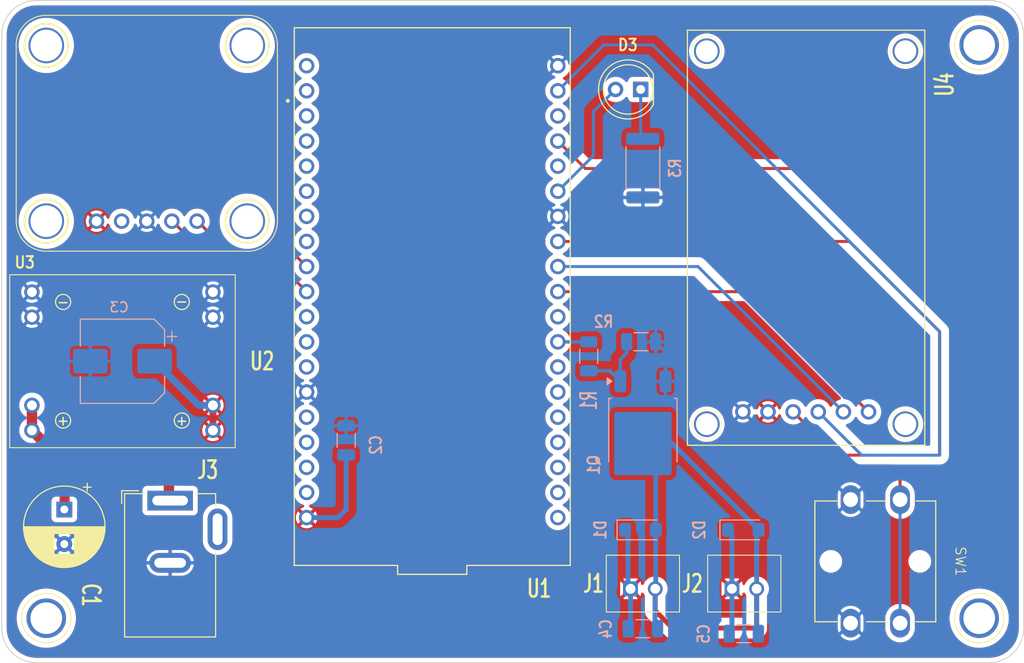
<source format=kicad_pcb>
(kicad_pcb (version 20241229) (generator "pcbnew") (generator_version "9.0")
  (layers (0 "F.Cu" signal) (2 "B.Cu" signal) (13 "F.Paste" user) (15 "B.Paste" user) (5 "F.SilkS" user "F.Silkscreen") (7 "B.SilkS" user "B.Silkscreen") (1 "F.Mask" user) (3 "B.Mask" user) (25 "Edge.Cuts" user))
  (net 0 "")
  (net 1 "Net-(U2-IN+)")
  (net 2 "GND")
  (net 3 "VDD")
  (net 4 "Net-(D1-A)")
  (net 5 "Net-(D3-K)")
  (net 6 "Net-(D3-A)")
  (net 8 "Net-(Q1-G)")
  (net 9 "/Gate")
  (net 17 "/MISO")
  (net 18 "Net-(SW1-A)")
  (net 19 "/I2C_SDA")
  (net 22 "/SCK_SDCARD")
  (net 26 "/MOSI")
  (net 29 "/CS_SDCARD")
  (net 33 "/I2C_SCL")
  (footprint "Connector_BarrelJack:BarrelJack_Sw" (layer "F.Cu") (at 39.7 95.9)
    (property "Reference" "J3" (at 3.8 -9.4 0) (layer "F.SilkS") (effects (font (size 1.77 1.2) (thickness 0.25) (bold yes))))
    (property "Value" "Barrel_Jack_Switch")
    (fp_line (start -4.9 -7.3) (end -4.9 -6) (stroke (width 0.12)) (layer "F.SilkS"))
    (fp_line (start -4.6 -7) (end -2.6 -7) (stroke (width 0.12)) (layer "F.SilkS"))
    (fp_line (start -4.6 7.5) (end -4.6 -7) (stroke (width 0.12)) (layer "F.SilkS"))
    (fp_line (start -3.2 -7.3) (end -4.9 -7.3) (stroke (width 0.12)) (layer "F.SilkS"))
    (fp_line (start 2.6 -7) (end 4.6 -7) (stroke (width 0.12)) (layer "F.SilkS"))
    (fp_line (start 4.6 -7) (end 4.6 -5.7) (stroke (width 0.12)) (layer "F.SilkS"))
    (fp_line (start 4.6 -1.1) (end 4.6 7.5) (stroke (width 0.12)) (layer "F.SilkS"))
    (fp_line (start 4.6 7.5) (end -4.6 7.5) (stroke (width 0.12)) (layer "F.SilkS"))
    (pad "1" thru_hole rect (at 0 -6.3) (size 4.6 2) (drill oval 3.6 1) (layers "*.Cu" "*.Mask") (net 1 "Net-(U2-IN+)") (clearance 0.35))
    (pad "2" thru_hole oval (at 0 0) (size 4.2 2) (drill oval 3.2 1) (layers "*.Cu" "*.Mask") (net 2 "GND") (clearance 0.35))
    (pad "3" thru_hole oval (at 4.8 -3.4) (size 2 4.2) (drill oval 1 3.2) (layers "*.Cu" "*.Mask") (clearance 0.35))
  )
  (footprint "" (layer "F.Cu") (at 123.32 101.28)
    (property "Reference" "" (at -1.01 1.635 0) (layer "F.SilkS") (effects (font (size 1.27 1.27))))
    (property "Value" "")
    (pad "P$1" thru_hole circle (at -1.82 0.22) (size 4 4) (drill 3.2) (property pad_prop_mechanical) (layers "*.Cu" "*.Mask") (clearance 1))
  )
  (footprint "" (layer "F.Cu") (at 122.5 42.5)
    (property "Reference" "" (at 0 0 0) (layer "F.SilkS") (effects (font (size 1.27 1.27))))
    (property "Value" "")
    (pad "P$1" thru_hole circle (at -1 1) (size 4 4) (drill 3.2) (property pad_prop_mechanical) (layers "*.Cu" "*.Mask") (clearance 1))
  )
  (footprint "footlib_mod:MODULE_ESP32-DEVKITC-32D" (layer "F.Cu") (at 66.2 68.91)
    (property "Reference" "U1" (at 10.8 29.59 0) (layer "F.SilkS") (effects (font (size 1.77 1.2) (thickness 0.25) (bold yes))))
    (property "Value" "DEVKIT_V1_ESP32-WROOM-32")
    (fp_line (start -13.95 -27.15) (end 13.95 -27.15) (stroke (width 0.127)) (layer "F.SilkS"))
    (fp_line (start -13.95 27.25) (end -13.95 -27.15) (stroke (width 0.127)) (layer "F.SilkS"))
    (fp_line (start -3.5 27.25) (end -13.95 27.25) (stroke (width 0.127)) (layer "F.SilkS"))
    (fp_line (start -3.5 27.3) (end -3.5 28.15) (stroke (width 0.127)) (layer "F.SilkS"))
    (fp_line (start -3.5 28.15) (end 3.5 28.15) (stroke (width 0.127)) (layer "F.SilkS"))
    (fp_line (start 3.5 28.15) (end 3.5 27.3) (stroke (width 0.127)) (layer "F.SilkS"))
    (fp_line (start 13.95 -27.15) (end 13.95 27.25) (stroke (width 0.127)) (layer "F.SilkS"))
    (fp_line (start 13.95 27.25) (end 3.5 27.25) (stroke (width 0.127)) (layer "F.SilkS"))
    (fp_circle (center -14.6 -19.76) (end -14.5 -19.76) (stroke (width 0.2)) (fill no) (layer "F.SilkS"))
    (pad "1" thru_hole circle (at -12.7 -23.31) (size 1.56 1.56) (drill 1) (layers "*.Cu" "*.Mask") (clearance 0.35))
    (pad "2" thru_hole circle (at -12.7 -20.77) (size 1.56 1.56) (drill 1) (layers "*.Cu" "*.Mask") (clearance 0.35))
    (pad "3" thru_hole circle (at -12.7 -18.23) (size 1.56 1.56) (drill 1) (layers "*.Cu" "*.Mask") (clearance 0.35))
    (pad "4" thru_hole circle (at -12.7 -15.69) (size 1.56 1.56) (drill 1) (layers "*.Cu" "*.Mask") (clearance 0.35))
    (pad "5" thru_hole circle (at -12.7 -13.15) (size 1.56 1.56) (drill 1) (layers "*.Cu" "*.Mask") (clearance 0.35))
    (pad "6" thru_hole circle (at -12.7 -10.61) (size 1.56 1.56) (drill 1) (layers "*.Cu" "*.Mask") (clearance 0.35))
    (pad "7" thru_hole circle (at -12.7 -8.07) (size 1.56 1.56) (drill 1) (layers "*.Cu" "*.Mask") (clearance 0.35))
    (pad "8" thru_hole circle (at -12.7 -5.53) (size 1.56 1.56) (drill 1) (layers "*.Cu" "*.Mask") (clearance 0.35))
    (pad "9" thru_hole circle (at -12.7 -2.99) (size 1.56 1.56) (drill 1) (layers "*.Cu" "*.Mask") (net 19 "/I2C_SDA") (clearance 0.35))
    (pad "10" thru_hole circle (at -12.7 -0.45) (size 1.56 1.56) (drill 1) (layers "*.Cu" "*.Mask") (net 33 "/I2C_SCL") (clearance 0.35))
    (pad "11" thru_hole circle (at -12.7 2.09) (size 1.56 1.56) (drill 1) (layers "*.Cu" "*.Mask") (clearance 0.35))
    (pad "12" thru_hole circle (at -12.7 4.63) (size 1.56 1.56) (drill 1) (layers "*.Cu" "*.Mask") (clearance 0.35))
    (pad "13" thru_hole circle (at -12.7 7.17) (size 1.56 1.56) (drill 1) (layers "*.Cu" "*.Mask") (clearance 0.35))
    (pad "14" thru_hole circle (at -12.7 9.71) (size 1.56 1.56) (drill 1) (layers "*.Cu" "*.Mask") (net 2 "GND") (clearance 0.35))
    (pad "15" thru_hole circle (at -12.7 12.25) (size 1.56 1.56) (drill 1) (layers "*.Cu" "*.Mask") (clearance 0.35))
    (pad "16" thru_hole circle (at -12.7 14.79) (size 1.56 1.56) (drill 1) (layers "*.Cu" "*.Mask") (clearance 0.35))
    (pad "17" thru_hole circle (at -12.7 17.33) (size 1.56 1.56) (drill 1) (layers "*.Cu" "*.Mask") (clearance 0.35))
    (pad "18" thru_hole circle (at -12.7 19.87) (size 1.56 1.56) (drill 1) (layers "*.Cu" "*.Mask") (clearance 0.35))
    (pad "19" thru_hole circle (at -12.7 22.41) (size 1.56 1.56) (drill 1) (layers "*.Cu" "*.Mask") (net 3 "VDD") (clearance 0.35))
    (pad "20" thru_hole circle (at 12.7 22.41) (size 1.56 1.56) (drill 1) (layers "*.Cu" "*.Mask") (clearance 0.35))
    (pad "21" thru_hole circle (at 12.7 19.87) (size 1.56 1.56) (drill 1) (layers "*.Cu" "*.Mask") (clearance 0.35))
    (pad "22" thru_hole circle (at 12.7 17.33) (size 1.56 1.56) (drill 1) (layers "*.Cu" "*.Mask") (clearance 0.35))
    (pad "23" thru_hole circle (at 12.7 14.79) (size 1.56 1.56) (drill 1) (layers "*.Cu" "*.Mask") (clearance 0.35))
    (pad "24" thru_hole circle (at 12.7 12.25) (size 1.56 1.56) (drill 1) (layers "*.Cu" "*.Mask") (clearance 0.35))
    (pad "25" thru_hole circle (at 12.7 9.71) (size 1.56 1.56) (drill 1) (layers "*.Cu" "*.Mask") (clearance 0.35))
    (pad "26" thru_hole circle (at 12.7 7.17) (size 1.56 1.56) (drill 1) (layers "*.Cu" "*.Mask") (clearance 0.35))
    (pad "27" thru_hole circle (at 12.7 4.63) (size 1.56 1.56) (drill 1) (layers "*.Cu" "*.Mask") (net 9 "/Gate") (clearance 0.35))
    (pad "28" thru_hole circle (at 12.7 2.09) (size 1.56 1.56) (drill 1) (layers "*.Cu" "*.Mask") (clearance 0.35))
    (pad "29" thru_hole circle (at 12.7 -0.45) (size 1.56 1.56) (drill 1) (layers "*.Cu" "*.Mask") (net 29 "/CS_SDCARD") (clearance 0.35))
    (pad "30" thru_hole circle (at 12.7 -2.99) (size 1.56 1.56) (drill 1) (layers "*.Cu" "*.Mask") (net 22 "/SCK_SDCARD") (clearance 0.35))
    (pad "31" thru_hole circle (at 12.7 -5.53) (size 1.56 1.56) (drill 1) (layers "*.Cu" "*.Mask") (net 17 "/MISO") (clearance 0.35))
    (pad "32" thru_hole circle (at 12.7 -8.07) (size 1.56 1.56) (drill 1) (layers "*.Cu" "*.Mask") (net 2 "GND") (clearance 0.35))
    (pad "33" thru_hole circle (at 12.7 -10.61) (size 1.56 1.56) (drill 1) (layers "*.Cu" "*.Mask") (net 6 "Net-(D3-A)") (clearance 0.35))
    (pad "34" thru_hole circle (at 12.7 -13.15) (size 1.56 1.56) (drill 1) (layers "*.Cu" "*.Mask") (clearance 0.35))
    (pad "35" thru_hole circle (at 12.7 -15.69) (size 1.56 1.56) (drill 1) (layers "*.Cu" "*.Mask") (net 18 "Net-(SW1-A)") (clearance 0.35))
    (pad "36" thru_hole circle (at 12.7 -18.23) (size 1.56 1.56) (drill 1) (layers "*.Cu" "*.Mask") (clearance 0.35))
    (pad "37" thru_hole circle (at 12.7 -20.77) (size 1.56 1.56) (drill 1) (layers "*.Cu" "*.Mask") (net 26 "/MOSI") (clearance 0.35))
    (pad "38" thru_hole circle (at 12.7 -23.31) (size 1.56 1.56) (drill 1) (layers "*.Cu" "*.Mask") (net 2 "GND") (clearance 0.35))
  )
  (footprint "footlib_mod:MODULE_Buck5V1.5A_MP1584EN" (layer "F.Cu") (at 34.88 75.5)
    (property "Reference" "U2" (at 14.12 0 180) (layer "F.SilkS") (effects (font (size 1.77 1.2) (thickness 0.25) (bold yes))))
    (property "Value" "MODULE_Buck-MP1584EN")
    (fp_rect (start -11.4 -8.75) (end 11.4 8.75) (stroke (width 0.1)) (fill no) (layer "F.SilkS"))
    (fp_circle (center -6 -6) (end -5.4285 -5.492) (stroke (width 0.12)) (fill no) (layer "F.SilkS"))
    (fp_circle (center -6 6) (end -5.4285 6.508) (stroke (width 0.12)) (fill no) (layer "F.SilkS"))
    (fp_circle (center 6 -6) (end 6.5715 -5.492) (stroke (width 0.12)) (fill no) (layer "F.SilkS"))
    (fp_circle (center 6 6) (end 6.5715 6.508) (stroke (width 0.12)) (fill no) (layer "F.SilkS"))
    (fp_text user "-" (at -6 -6 0) (layer "F.SilkS"))
    (fp_text user "+" (at 6 6 0) (layer "F.SilkS"))
    (fp_text user "+" (at -6 6 0) (layer "F.SilkS"))
    (fp_text user "-" (at 6 -6.0635 0) (layer "F.SilkS"))
    (pad "1" thru_hole circle (at -9.15 -7) (size 1.56 1.56) (drill 1) (layers "*.Cu" "*.Mask") (net 2 "GND") (clearance 0.35))
    (pad "1" thru_hole circle (at -9.15 -4.46) (size 1.56 1.56) (drill 1) (layers "*.Cu" "*.Mask") (net 2 "GND") (clearance 0.35))
    (pad "2" thru_hole circle (at -9.15 4.46) (size 1.56 1.56) (drill 1) (layers "*.Cu" "*.Mask") (net 1 "Net-(U2-IN+)") (clearance 0.35))
    (pad "2" thru_hole circle (at -9.15 7) (size 1.56 1.56) (drill 1) (layers "*.Cu" "*.Mask") (net 1 "Net-(U2-IN+)") (clearance 0.35))
    (pad "3" thru_hole circle (at 9.15 -7) (size 1.56 1.56) (drill 1) (layers "*.Cu" "*.Mask") (net 2 "GND") (clearance 0.35))
    (pad "3" thru_hole circle (at 9.15 -4.46) (size 1.56 1.56) (drill 1) (layers "*.Cu" "*.Mask") (net 2 "GND") (clearance 0.35))
    (pad "4" thru_hole circle (at 9.15 4.46) (size 1.56 1.56) (drill 1) (layers "*.Cu" "*.Mask") (net 3 "VDD") (clearance 0.35))
    (pad "4" thru_hole circle (at 9.15 7) (size 1.56 1.56) (drill 1) (layers "*.Cu" "*.Mask") (net 3 "VDD") (clearance 0.35))
  )
  (footprint "LED_THT:LED_5.0mm" (layer "F.Cu") (at 87.105 48.000045 180)
    (property "Reference" "D3" (at 1.13 4.500045 0) (layer "F.SilkS") (effects (font (size 1.16 1) (thickness 0.2) (bold yes))))
    (property "Value" "LED")
    (fp_line (start -1.46 -1.544955) (end -1.46 1.545045) (stroke (width 0.12)) (layer "F.SilkS"))
    (fp_arc (start 4.09 0.000093) (mid 1.901756 2.880546) (end -1.46 1.544875) (stroke (width 0.12)) (layer "F.SilkS"))
    (fp_arc (start -1.46 -1.544785) (mid 1.901756 -2.880456) (end 4.09 -0.000003) (stroke (width 0.12)) (layer "F.SilkS"))
    (fp_circle (center 1.1 0.000045) (end 3.6 0.000045) (stroke (width 0.12)) (fill no) (layer "F.SilkS"))
    (pad "1" thru_hole rect (at -0.17 0.000045 180) (size 1.56 1.56) (drill 0.9) (layers "*.Cu" "*.Mask") (net 5 "Net-(D3-K)") (clearance 0.35))
    (pad "2" thru_hole circle (at 2.37 0.000045 180) (size 1.56 1.56) (drill 0.9) (layers "*.Cu" "*.Mask") (net 6 "Net-(D3-A)") (clearance 0.35))
  )
  (footprint "footlib_mod:B3F-4055 12x12x7,3" (layer "F.Cu") (at 111.11 95.64 -90)
    (property "Reference" "SW1" (at 0.11 -8.5 270) (layer "F.SilkS") (effects (font (thickness 0.1))))
    (property "Value" "SW_SPST")
    (fp_line (start 6.22 6.22) (end -6 6.22) (stroke (width 0.12)) (layer "F.SilkS"))
    (fp_line (start -6 4) (end -6 6.22) (stroke (width 0.12)) (layer "F.SilkS"))
    (fp_line (start 6.22 4) (end 6.22 6.22) (stroke (width 0.12)) (layer "F.SilkS"))
    (fp_line (start -6 -1) (end -6 1) (stroke (width 0.12)) (layer "F.SilkS"))
    (fp_line (start 6.22 -1) (end 6.22 1) (stroke (width 0.12)) (layer "F.SilkS"))
    (fp_line (start -6 -6) (end -6 -4) (stroke (width 0.12)) (layer "F.SilkS"))
    (fp_line (start -6 -6) (end 6.22 -6) (stroke (width 0.12)) (layer "F.SilkS"))
    (fp_line (start 6.22 -6) (end 6.22 -4) (stroke (width 0.12)) (layer "F.SilkS"))
    (pad "" np_thru_hole circle (at 0.11 -4.39 270) (size 1.8 1.8) (drill 1.8) (layers "*.Cu" "*.Mask"))
    (pad "" np_thru_hole circle (at 0.11 4.61 270) (size 1.8 1.8) (drill 1.8) (layers "*.Cu" "*.Mask"))
    (pad "1" thru_hole oval (at -6.14 -2.39 270) (size 2.9 2) (drill 1.5) (layers "*.Cu" "*.Mask") (net 18 "Net-(SW1-A)") (clearance 0.35))
    (pad "1" thru_hole oval (at 6.36 -2.39 270) (size 2.9 2) (drill 1.5) (layers "*.Cu" "*.Mask") (net 18 "Net-(SW1-A)") (clearance 0.35))
    (pad "2" thru_hole oval (at -6.14 2.61 270) (size 2.9 2) (drill 1.5) (layers "*.Cu" "*.Mask") (net 2 "GND") (clearance 0.35))
    (pad "2" thru_hole oval (at 6.36 2.61 270) (size 2.9 2) (drill 1.5) (layers "*.Cu" "*.Mask") (net 2 "GND") (clearance 0.35))
  )
  (footprint "footlib_mod:JST_XH_2P_MALE_7.4x5.75mm" (layer "F.Cu") (at 96.5 98)
    (property "Reference" "J2" (at -4 0 0) (layer "F.SilkS") (effects (font (size 1.77 1.2) (thickness 0.25) (bold yes))))
    (property "Value" "JST_XH_2P_Male")
    (fp_rect (start -2.45 -2.875) (end 4.95 2.875) (stroke (width 0.1)) (fill no) (layer "F.SilkS"))
    (pad "1" thru_hole roundrect (at 0 0.525) (size 1.5 1.5) (drill 1) (layers "*.Cu" "*.Mask") (roundrect_rratio 0.15) (net 3 "VDD") (clearance 0.35))
    (pad "2" thru_hole circle (at 2.5 0.525) (size 1.5 1.5) (drill 1) (layers "*.Cu" "*.Mask") (net 4 "Net-(D1-A)") (clearance 0.35))
  )
  (footprint "footlib_mod:JST_XH_2P_MALE_7.4x5.75mm" (layer "F.Cu") (at 86.25 98)
    (property "Reference" "J1" (at -3.75 0 0) (layer "F.SilkS") (effects (font (size 1.77 1.2) (thickness 0.25) (bold yes))))
    (property "Value" "JST_XH_2P_Male")
    (fp_rect (start -2.45 -2.875) (end 4.95 2.875) (stroke (width 0.1)) (fill no) (layer "F.SilkS"))
    (pad "1" thru_hole roundrect (at 0 0.525) (size 1.5 1.5) (drill 1) (layers "*.Cu" "*.Mask") (roundrect_rratio 0.15) (net 3 "VDD") (clearance 0.35))
    (pad "2" thru_hole circle (at 2.5 0.525) (size 1.5 1.5) (drill 1) (layers "*.Cu" "*.Mask") (net 4 "Net-(D1-A)") (clearance 0.35))
  )
  (footprint "footlib_mod:SD_Card_Module" (layer "F.Cu") (at 107.46 43.27 -90)
    (property "Reference" "U4" (at 4.23 -10.54 90) (layer "F.SilkS") (effects (font (size 1.77 1.2) (thickness 0.25) (bold yes))))
    (property "Value" "Module_MicroSD-Adapter-Reader")
    (fp_line (start -1.27 15.46) (end 40.73 15.46) (stroke (width 0.12)) (layer "F.SilkS"))
    (fp_line (start -1.27 15.46) (end -1.27 -8.54) (stroke (width 0.12)) (layer "F.SilkS"))
    (fp_line (start 40.73 15.46) (end 40.73 -8.54) (stroke (width 0.12)) (layer "F.SilkS"))
    (fp_line (start -1.27 -8.54) (end 40.73 -8.54) (stroke (width 0.12)) (layer "F.SilkS"))
    (fp_circle (center 0.86 13.5) (end 2.36 13.5) (stroke (width 0.05)) (fill no) (layer "F.SilkS"))
    (fp_circle (center 38.6 13.5) (end 40.1 13.5) (stroke (width 0.05)) (fill no) (layer "F.SilkS"))
    (fp_circle (center 0.86 -6.58) (end 2.36 -6.58) (stroke (width 0.05)) (fill no) (layer "F.SilkS"))
    (fp_circle (center 38.6 -6.58) (end 40.1 -6.58) (stroke (width 0.05)) (fill no) (layer "F.SilkS"))
    (pad "" thru_hole circle (at 0.86 -6.58 270) (size 2.6 2.6) (drill 2.2) (property pad_prop_mechanical) (layers "*.Cu" "*.Mask") (clearance 0.35))
    (pad "" thru_hole circle (at 0.86 13.5 270) (size 2.6 2.6) (drill 2.2) (property pad_prop_mechanical) (layers "*.Cu" "*.Mask") (clearance 0.35))
    (pad "" thru_hole circle (at 38.6 -6.58 270) (size 2.6 2.6) (drill 2.2) (property pad_prop_mechanical) (layers "*.Cu" "*.Mask") (clearance 0.35))
    (pad "" thru_hole circle (at 38.6 13.5 270) (size 2.6 2.6) (drill 2.2) (property pad_prop_mechanical) (layers "*.Cu" "*.Mask") (clearance 0.35))
    (pad "1" thru_hole circle (at 37.35 -2.85 270) (size 1.56 1.56) (drill 1) (property pad_prop_mechanical) (layers "*.Cu" "*.Mask") (net 29 "/CS_SDCARD") (clearance 0.35))
    (pad "2" thru_hole circle (at 37.35 -0.31 270) (size 1.56 1.56) (drill 1) (property pad_prop_mechanical) (layers "*.Cu" "*.Mask") (net 22 "/SCK_SDCARD") (clearance 0.35))
    (pad "3" thru_hole circle (at 37.35 2.23 270) (size 1.56 1.56) (drill 1) (property pad_prop_mechanical) (layers "*.Cu" "*.Mask") (net 26 "/MOSI") (clearance 0.35))
    (pad "4" thru_hole circle (at 37.35 4.77 270) (size 1.56 1.56) (drill 1) (property pad_prop_mechanical) (layers "*.Cu" "*.Mask") (net 17 "/MISO") (clearance 0.35))
    (pad "5" thru_hole circle (at 37.35 7.31 270) (size 1.56 1.56) (drill 1) (property pad_prop_mechanical) (layers "*.Cu" "*.Mask") (net 3 "VDD") (clearance 0.35))
    (pad "6" thru_hole circle (at 37.35 9.85 270) (size 1.56 1.56) (drill 1) (property pad_prop_mechanical) (layers "*.Cu" "*.Mask") (net 2 "GND") (clearance 0.35))
  )
  (footprint "Capacitor_THT:Cap_Elec_THT_8 mm 3,50 mm" (layer "F.Cu") (at 28.213 92.15 -90)
    (property "Reference" "C1" (at 7 -3.5 270) (layer "F.SilkS") (effects (font (size 1.77 1.2) (thickness 0.25) (bold yes))))
    (property "Value" "C_Polarized")
    (fp_line (start 0.82 0.253) (end 0.82 3.23) (stroke (width 0.12)) (layer "F.SilkS"))
    (fp_line (start 0.86 0.253) (end 0.86 3.222) (stroke (width 0.12)) (layer "F.SilkS"))
    (fp_line (start 0.9 0.253) (end 0.9 3.215) (stroke (width 0.12)) (layer "F.SilkS"))
    (fp_line (start 0.94 0.253) (end 0.94 3.206) (stroke (width 0.12)) (layer "F.SilkS"))
    (fp_line (start 0.98 0.253) (end 0.98 3.198) (stroke (width 0.12)) (layer "F.SilkS"))
    (fp_line (start 1.02 0.253) (end 1.02 3.189) (stroke (width 0.12)) (layer "F.SilkS"))
    (fp_line (start 1.06 0.253) (end 1.06 3.18) (stroke (width 0.12)) (layer "F.SilkS"))
    (fp_line (start 1.1 0.253) (end 1.1 3.17) (stroke (width 0.12)) (layer "F.SilkS"))
    (fp_line (start 1.14 0.253) (end 1.14 3.16) (stroke (width 0.12)) (layer "F.SilkS"))
    (fp_line (start 1.18 0.253) (end 1.18 3.149) (stroke (width 0.12)) (layer "F.SilkS"))
    (fp_line (start 1.22 0.253) (end 1.22 3.138) (stroke (width 0.12)) (layer "F.SilkS"))
    (fp_line (start 1.26 0.253) (end 1.26 3.126) (stroke (width 0.12)) (layer "F.SilkS"))
    (fp_line (start 1.3 0.253) (end 1.3 3.114) (stroke (width 0.12)) (layer "F.SilkS"))
    (fp_line (start 1.34 0.253) (end 1.34 3.102) (stroke (width 0.12)) (layer "F.SilkS"))
    (fp_line (start 1.38 0.253) (end 1.38 3.089) (stroke (width 0.12)) (layer "F.SilkS"))
    (fp_line (start 1.42 0.253) (end 1.42 3.076) (stroke (width 0.12)) (layer "F.SilkS"))
    (fp_line (start 1.46 0.253) (end 1.46 3.062) (stroke (width 0.12)) (layer "F.SilkS"))
    (fp_line (start 1.5 0.253) (end 1.5 3.048) (stroke (width 0.12)) (layer "F.SilkS"))
    (fp_line (start 1.54 0.253) (end 1.54 3.033) (stroke (width 0.12)) (layer "F.SilkS"))
    (fp_line (start 1.58 0.253) (end 1.58 3.018) (stroke (width 0.12)) (layer "F.SilkS"))
    (fp_line (start 1.62 0.253) (end 1.62 3.002) (stroke (width 0.12)) (layer "F.SilkS"))
    (fp_line (start 1.66 0.253) (end 1.66 2.986) (stroke (width 0.12)) (layer "F.SilkS"))
    (fp_line (start 1.7 0.253) (end 1.7 2.97) (stroke (width 0.12)) (layer "F.SilkS"))
    (fp_line (start 1.74 0.253) (end 1.74 2.953) (stroke (width 0.12)) (layer "F.SilkS"))
    (fp_line (start 1.78 0.253) (end 1.78 2.935) (stroke (width 0.12)) (layer "F.SilkS"))
    (fp_line (start 1.82 0.253) (end 1.82 2.917) (stroke (width 0.12)) (layer "F.SilkS"))
    (fp_line (start 1.86 0.253) (end 1.86 2.898) (stroke (width 0.12)) (layer "F.SilkS"))
    (fp_line (start 1.9 0.253) (end 1.9 2.879) (stroke (width 0.12)) (layer "F.SilkS"))
    (fp_line (start 1.94 0.253) (end 1.94 2.859) (stroke (width 0.12)) (layer "F.SilkS"))
    (fp_line (start 1.98 0.253) (end 1.98 2.839) (stroke (width 0.12)) (layer "F.SilkS"))
    (fp_line (start 2.02 0.253) (end 2.02 2.818) (stroke (width 0.12)) (layer "F.SilkS"))
    (fp_line (start 2.06 0.253) (end 2.06 2.797) (stroke (width 0.12)) (layer "F.SilkS"))
    (fp_line (start 2.1 0.253) (end 2.1 2.775) (stroke (width 0.12)) (layer "F.SilkS"))
    (fp_line (start 2.14 0.253) (end 2.14 2.752) (stroke (width 0.12)) (layer "F.SilkS"))
    (fp_line (start 2.18 0.253) (end 2.18 2.729) (stroke (width 0.12)) (layer "F.SilkS"))
    (fp_line (start 2.22 0.253) (end 2.22 2.706) (stroke (width 0.12)) (layer "F.SilkS"))
    (fp_line (start 2.26 0.253) (end 2.26 2.681) (stroke (width 0.12)) (layer "F.SilkS"))
    (fp_line (start 2.3 0.253) (end 2.3 2.656) (stroke (width 0.12)) (layer "F.SilkS"))
    (fp_line (start 2.34 0.253) (end 2.34 2.631) (stroke (width 0.12)) (layer "F.SilkS"))
    (fp_line (start 2.38 0.253) (end 2.38 2.605) (stroke (width 0.12)) (layer "F.SilkS"))
    (fp_line (start 2.42 0.253) (end 2.42 2.578) (stroke (width 0.12)) (layer "F.SilkS"))
    (fp_line (start 2.46 0.253) (end 2.46 2.55) (stroke (width 0.12)) (layer "F.SilkS"))
    (fp_line (start 2.5 0.253) (end 2.5 2.522) (stroke (width 0.12)) (layer "F.SilkS"))
    (fp_line (start 2.54 0.253) (end 2.54 2.493) (stroke (width 0.12)) (layer "F.SilkS"))
    (fp_line (start 2.58 0.253) (end 2.58 2.463) (stroke (width 0.12)) (layer "F.SilkS"))
    (fp_line (start 2.62 0.253) (end 2.62 2.432) (stroke (width 0.12)) (layer "F.SilkS"))
    (fp_line (start 2.66 0.253) (end 2.66 2.401) (stroke (width 0.12)) (layer "F.SilkS"))
    (fp_line (start 2.7 0.253) (end 2.7 2.369) (stroke (width 0.12)) (layer "F.SilkS"))
    (fp_line (start 2.74 0.253) (end 2.74 2.336) (stroke (width 0.12)) (layer "F.SilkS"))
    (fp_line (start 2.78 0.253) (end 2.78 2.302) (stroke (width 0.12)) (layer "F.SilkS"))
    (fp_line (start 2.82 0.253) (end 2.82 2.268) (stroke (width 0.12)) (layer "F.SilkS"))
    (fp_line (start 2.86 0.253) (end 2.86 2.232) (stroke (width 0.12)) (layer "F.SilkS"))
    (fp_line (start 4.18 -1.32) (end 4.18 -0.254) (stroke (width 0.12)) (layer "F.SilkS"))
    (fp_line (start 4.14 -1.555) (end 4.14 -0.019) (stroke (width 0.12)) (layer "F.SilkS"))
    (fp_line (start 4.1 -1.734) (end 4.1 0.16) (stroke (width 0.12)) (layer "F.SilkS"))
    (fp_line (start 4.06 -1.884) (end 4.06 0.31) (stroke (width 0.12)) (layer "F.SilkS"))
    (fp_line (start 4.02 -2.015) (end 4.02 0.441) (stroke (width 0.12)) (layer "F.SilkS"))
    (fp_line (start 3.98 -2.133) (end 3.98 0.559) (stroke (width 0.12)) (layer "F.SilkS"))
    (fp_line (start 3.94 -2.24) (end 3.94 0.666) (stroke (width 0.12)) (layer "F.SilkS"))
    (fp_line (start 3.9 -2.339) (end 3.9 0.765) (stroke (width 0.12)) (layer "F.SilkS"))
    (fp_line (start 3.86 -2.431) (end 3.86 0.857) (stroke (width 0.12)) (layer "F.SilkS"))
    (fp_line (start 3.82 -2.518) (end 3.82 0.944) (stroke (width 0.12)) (layer "F.SilkS"))
    (fp_line (start 3.78 -2.6) (end 3.78 1.026) (stroke (width 0.12)) (layer "F.SilkS"))
    (fp_line (start 3.74 -2.677) (end 3.74 1.103) (stroke (width 0.12)) (layer "F.SilkS"))
    (fp_line (start 3.7 -2.751) (end 3.7 1.177) (stroke (width 0.12)) (layer "F.SilkS"))
    (fp_line (start 3.66 -2.821) (end 3.66 1.247) (stroke (width 0.12)) (layer "F.SilkS"))
    (fp_line (start 3.62 -2.888) (end 3.62 1.314) (stroke (width 0.12)) (layer "F.SilkS"))
    (fp_line (start 3.58 -2.952) (end 3.58 1.378) (stroke (width 0.12)) (layer "F.SilkS"))
    (fp_line (start 3.54 -3.014) (end 3.54 1.44) (stroke (width 0.12)) (layer "F.SilkS"))
    (fp_line (start 3.5 -3.074) (end 3.5 1.5) (stroke (width 0.12)) (layer "F.SilkS"))
    (fp_line (start -4.309698 -3.102) (end -3.509698 -3.102) (stroke (width 0.12)) (layer "F.SilkS"))
    (fp_line (start 3.46 -3.131) (end 3.46 1.557) (stroke (width 0.12)) (layer "F.SilkS"))
    (fp_line (start 3.42 -3.187) (end 3.42 1.613) (stroke (width 0.12)) (layer "F.SilkS"))
    (fp_line (start 3.38 -3.24) (end 3.38 1.666) (stroke (width 0.12)) (layer "F.SilkS"))
    (fp_line (start 3.34 -3.292) (end 3.34 1.718) (stroke (width 0.12)) (layer "F.SilkS"))
    (fp_line (start 3.3 -3.342) (end 3.3 1.768) (stroke (width 0.12)) (layer "F.SilkS"))
    (fp_line (start 3.26 -3.391) (end 3.26 1.817) (stroke (width 0.12)) (layer "F.SilkS"))
    (fp_line (start 3.22 -3.438) (end 3.22 1.864) (stroke (width 0.12)) (layer "F.SilkS"))
    (fp_line (start 3.18 -3.483) (end 3.18 1.909) (stroke (width 0.12)) (layer "F.SilkS"))
    (fp_line (start -3.909698 -3.502) (end -3.909698 -2.702) (stroke (width 0.12)) (layer "F.SilkS"))
    (fp_line (start 3.14 -3.528) (end 3.14 1.954) (stroke (width 0.12)) (layer "F.SilkS"))
    (fp_line (start 3.1 -3.571) (end 3.1 1.997) (stroke (width 0.12)) (layer "F.SilkS"))
    (fp_line (start 3.06 -3.613) (end 3.06 2.039) (stroke (width 0.12)) (layer "F.SilkS"))
    (fp_line (start 3.02 -3.654) (end 3.02 2.08) (stroke (width 0.12)) (layer "F.SilkS"))
    (fp_line (start 2.98 -3.693) (end 2.98 2.119) (stroke (width 0.12)) (layer "F.SilkS"))
    (fp_line (start 2.94 -3.732) (end 2.94 2.158) (stroke (width 0.12)) (layer "F.SilkS"))
    (fp_line (start 2.9 -3.769) (end 2.9 2.195) (stroke (width 0.12)) (layer "F.SilkS"))
    (fp_line (start 2.86 -3.806) (end 2.86 -1.827) (stroke (width 0.12)) (layer "F.SilkS"))
    (fp_line (start 2.82 -3.842) (end 2.82 -1.827) (stroke (width 0.12)) (layer "F.SilkS"))
    (fp_line (start 2.78 -3.876) (end 2.78 -1.827) (stroke (width 0.12)) (layer "F.SilkS"))
    (fp_line (start 2.74 -3.91) (end 2.74 -1.827) (stroke (width 0.12)) (layer "F.SilkS"))
    (fp_line (start 2.7 -3.943) (end 2.7 -1.827) (stroke (width 0.12)) (layer "F.SilkS"))
    (fp_line (start 2.66 -3.975) (end 2.66 -1.827) (stroke (width 0.12)) (layer "F.SilkS"))
    (fp_line (start 2.62 -4.006) (end 2.62 -1.827) (stroke (width 0.12)) (layer "F.SilkS"))
    (fp_line (start 2.58 -4.037) (end 2.58 -1.827) (stroke (width 0.12)) (layer "F.SilkS"))
    (fp_line (start 2.54 -4.067) (end 2.54 -1.827) (stroke (width 0.12)) (layer "F.SilkS"))
    (fp_line (start 2.5 -4.096) (end 2.5 -1.827) (stroke (width 0.12)) (layer "F.SilkS"))
    (fp_line (start 2.46 -4.124) (end 2.46 -1.827) (stroke (width 0.12)) (layer "F.SilkS"))
    (fp_line (start 2.42 -4.152) (end 2.42 -1.827) (stroke (width 0.12)) (layer "F.SilkS"))
    (fp_line (start 2.38 -4.179) (end 2.38 -1.827) (stroke (width 0.12)) (layer "F.SilkS"))
    (fp_line (start 2.34 -4.205) (end 2.34 -1.827) (stroke (width 0.12)) (layer "F.SilkS"))
    (fp_line (start 2.3 -4.23) (end 2.3 -1.827) (stroke (width 0.12)) (layer "F.SilkS"))
    (fp_line (start 2.26 -4.255) (end 2.26 -1.827) (stroke (width 0.12)) (layer "F.SilkS"))
    (fp_line (start 2.22 -4.28) (end 2.22 -1.827) (stroke (width 0.12)) (layer "F.SilkS"))
    (fp_line (start 2.18 -4.303) (end 2.18 -1.827) (stroke (width 0.12)) (layer "F.SilkS"))
    (fp_line (start 2.14 -4.326) (end 2.14 -1.827) (stroke (width 0.12)) (layer "F.SilkS"))
    (fp_line (start 2.1 -4.349) (end 2.1 -1.827) (stroke (width 0.12)) (layer "F.SilkS"))
    (fp_line (start 2.06 -4.371) (end 2.06 -1.827) (stroke (width 0.12)) (layer "F.SilkS"))
    (fp_line (start 2.02 -4.392) (end 2.02 -1.827) (stroke (width 0.12)) (layer "F.SilkS"))
    (fp_line (start 1.98 -4.413) (end 1.98 -1.827) (stroke (width 0.12)) (layer "F.SilkS"))
    (fp_line (start 1.94 -4.433) (end 1.94 -1.827) (stroke (width 0.12)) (layer "F.SilkS"))
    (fp_line (start 1.9 -4.453) (end 1.9 -1.827) (stroke (width 0.12)) (layer "F.SilkS"))
    (fp_line (start 1.86 -4.472) (end 1.86 -1.827) (stroke (width 0.12)) (layer "F.SilkS"))
    (fp_line (start 1.82 -4.491) (end 1.82 -1.827) (stroke (width 0.12)) (layer "F.SilkS"))
    (fp_line (start 1.78 -4.509) (end 1.78 -1.827) (stroke (width 0.12)) (layer "F.SilkS"))
    (fp_line (start 1.74 -4.527) (end 1.74 -1.827) (stroke (width 0.12)) (layer "F.SilkS"))
    (fp_line (start 1.7 -4.544) (end 1.7 -1.827) (stroke (width 0.12)) (layer "F.SilkS"))
    (fp_line (start 1.66 -4.56) (end 1.66 -1.827) (stroke (width 0.12)) (layer "F.SilkS"))
    (fp_line (start 1.62 -4.576) (end 1.62 -1.827) (stroke (width 0.12)) (layer "F.SilkS"))
    (fp_line (start 1.58 -4.592) (end 1.58 -1.827) (stroke (width 0.12)) (layer "F.SilkS"))
    (fp_line (start 1.54 -4.607) (end 1.54 -1.827) (stroke (width 0.12)) (layer "F.SilkS"))
    (fp_line (start 1.5 -4.622) (end 1.5 -1.827) (stroke (width 0.12)) (layer "F.SilkS"))
    (fp_line (start 1.46 -4.636) (end 1.46 -1.827) (stroke (width 0.12)) (layer "F.SilkS"))
    (fp_line (start 1.42 -4.65) (end 1.42 -1.827) (stroke (width 0.12)) (layer "F.SilkS"))
    (fp_line (start 1.38 -4.663) (end 1.38 -1.827) (stroke (width 0.12)) (layer "F.SilkS"))
    (fp_line (start 1.34 -4.676) (end 1.34 -1.827) (stroke (width 0.12)) (layer "F.SilkS"))
    (fp_line (start 1.3 -4.688) (end 1.3 -1.827) (stroke (width 0.12)) (layer "F.SilkS"))
    (fp_line (start 1.26 -4.7) (end 1.26 -1.827) (stroke (width 0.12)) (layer "F.SilkS"))
    (fp_line (start 1.22 -4.712) (end 1.22 -1.827) (stroke (width 0.12)) (layer "F.SilkS"))
    (fp_line (start 1.18 -4.723) (end 1.18 -1.827) (stroke (width 0.12)) (layer "F.SilkS"))
    (fp_line (start 1.14 -4.734) (end 1.14 -1.827) (stroke (width 0.12)) (layer "F.SilkS"))
    (fp_line (start 1.1 -4.744) (end 1.1 -1.827) (stroke (width 0.12)) (layer "F.SilkS"))
    (fp_line (start 1.06 -4.754) (end 1.06 -1.827) (stroke (width 0.12)) (layer "F.SilkS"))
    (fp_line (start 1.02 -4.763) (end 1.02 -1.827) (stroke (width 0.12)) (layer "F.SilkS"))
    (fp_line (start 0.98 -4.772) (end 0.98 -1.827) (stroke (width 0.12)) (layer "F.SilkS"))
    (fp_line (start 0.94 -4.78) (end 0.94 -1.827) (stroke (width 0.12)) (layer "F.SilkS"))
    (fp_line (start 0.9 -4.789) (end 0.9 -1.827) (stroke (width 0.12)) (layer "F.SilkS"))
    (fp_line (start 0.86 -4.796) (end 0.86 -1.827) (stroke (width 0.12)) (layer "F.SilkS"))
    (fp_line (start 0.82 -4.804) (end 0.82 -1.827) (stroke (width 0.12)) (layer "F.SilkS"))
    (fp_line (start 0.78 -4.81) (end 0.78 3.236) (stroke (width 0.12)) (layer "F.SilkS"))
    (fp_line (start 0.74 -4.817) (end 0.74 3.243) (stroke (width 0.12)) (layer "F.SilkS"))
    (fp_line (start 0.7 -4.823) (end 0.7 3.249) (stroke (width 0.12)) (layer "F.SilkS"))
    (fp_line (start 0.66 -4.829) (end 0.66 3.255) (stroke (width 0.12)) (layer "F.SilkS"))
    (fp_line (start 0.62 -4.834) (end 0.62 3.26) (stroke (width 0.12)) (layer "F.SilkS"))
    (fp_line (start 0.58 -4.839) (end 0.58 3.265) (stroke (width 0.12)) (layer "F.SilkS"))
    (fp_line (start 0.54 -4.843) (end 0.54 3.269) (stroke (width 0.12)) (layer "F.SilkS"))
    (fp_line (start 0.5 -4.848) (end 0.5 3.274) (stroke (width 0.12)) (layer "F.SilkS"))
    (fp_line (start 0.46 -4.851) (end 0.46 3.277) (stroke (width 0.12)) (layer "F.SilkS"))
    (fp_line (start 0.42 -4.855) (end 0.42 3.281) (stroke (width 0.12)) (layer "F.SilkS"))
    (fp_line (start 0.38 -4.857) (end 0.38 3.283) (stroke (width 0.12)) (layer "F.SilkS"))
    (fp_line (start 0.34 -4.86) (end 0.34 3.286) (stroke (width 0.12)) (layer "F.SilkS"))
    (fp_line (start 0.3 -4.862) (end 0.3 3.288) (stroke (width 0.12)) (layer "F.SilkS"))
    (fp_line (start 0.26 -4.864) (end 0.26 3.29) (stroke (width 0.12)) (layer "F.SilkS"))
    (fp_line (start 0.22 -4.865) (end 0.22 3.291) (stroke (width 0.12)) (layer "F.SilkS"))
    (fp_line (start 0.18 -4.866) (end 0.18 3.292) (stroke (width 0.12)) (layer "F.SilkS"))
    (fp_line (start 0.1 -4.867) (end 0.1 3.293) (stroke (width 0.12)) (layer "F.SilkS"))
    (fp_line (start 0.14 -4.867) (end 0.14 3.293) (stroke (width 0.12)) (layer "F.SilkS"))
    (fp_circle (center 0.1 -0.787) (end 4.22 -0.787) (stroke (width 0.12)) (fill no) (layer "F.SilkS"))
    (pad "1" thru_hole rect (at -1.65 -0.787 270) (size 1.6 1.6) (drill 0.8) (layers "*.Cu" "*.Mask") (net 1 "Net-(U2-IN+)") (clearance 0.35))
    (pad "2" thru_hole circle (at 1.85 -0.787 270) (size 1.6 1.6) (drill 0.8) (layers "*.Cu" "*.Mask") (net 2 "GND") (clearance 0.35))
  )
  (footprint "" (layer "F.Cu") (at 27.31 101.28)
    (property "Reference" "" (at -1.01 1.635 0) (layer "F.SilkS") (effects (font (size 1.27 1.27))))
    (property "Value" "")
    (pad "P$1" thru_hole circle (at -0.13 0.22) (size 4 4) (drill 3.2) (property pad_prop_mechanical) (layers "*.Cu" "*.Mask") (clearance 1))
  )
  (footprint "footlib_mod:MODULE_SCD40_Adafruit" (layer "F.Cu") (at 37.18 51.5)
    (property "Reference" "U3")
    (property "Value" "MODULE_SCD40_Adafruit")
    (fp_line (start -13.04 9.82) (end -13.04 -7.96) (stroke (width 0.1)) (layer "F.SilkS"))
    (fp_line (start -10 -11) (end 10.32 -11) (stroke (width 0.1)) (layer "F.SilkS"))
    (fp_line (start -10 12.86) (end 10.32 12.86) (stroke (width 0.1)) (layer "F.SilkS"))
    (fp_line (start 13.369612 9.82) (end 13.369612 -7.96) (stroke (width 0.1)) (layer "F.SilkS"))
    (fp_arc (start -13.049984 -7.960033) (mid -12.14957 -10.113759) (end -9.989967 -10.999984) (stroke (width 0.1)) (layer "F.SilkS"))
    (fp_arc (start -10 12.870016) (mid -12.149616 11.979616) (end -13.040016 9.83) (stroke (width 0.1)) (layer "F.SilkS"))
    (fp_arc (start 10.32 -10.999628) (mid 12.476413 -10.106413) (end 13.369628 -7.95) (stroke (width 0.1)) (layer "F.SilkS"))
    (fp_arc (start 13.369612 9.82) (mid 12.483472 11.97933) (end 10.33 12.879612) (stroke (width 0.1)) (layer "F.SilkS"))
    (fp_circle (center -10 -7.95) (end -7.8 -7.95) (stroke (width 0.2)) (fill no) (layer "F.SilkS"))
    (fp_circle (center -10 9.83) (end -7.8 9.83) (stroke (width 0.2)) (fill no) (layer "F.SilkS"))
    (fp_circle (center 10.32 -7.95) (end 12.52 -7.95) (stroke (width 0.2)) (fill no) (layer "F.SilkS"))
    (fp_circle (center 10.32 9.83) (end 12.52 9.83) (stroke (width 0.2)) (fill no) (layer "F.SilkS"))
    (fp_text user "U3" (at -12.18 14 0) (layer "F.SilkS") (effects (font (size 1.16 1) (thickness 0.2) (bold yes))))
    (pad "" thru_hole circle (at -10 -7.95) (size 3.6 3.6) (drill 3.2) (property pad_prop_mechanical) (layers "*.Cu" "*.Mask") (clearance 1))
    (pad "" thru_hole circle (at -10 9.83) (size 3.6 3.6) (drill 3.2) (property pad_prop_mechanical) (layers "*.Cu" "*.Mask") (clearance 1))
    (pad "" thru_hole circle (at 10.32 -7.95) (size 3.6 3.6) (drill 3.2) (property pad_prop_mechanical) (layers "*.Cu" "*.Mask") (clearance 1))
    (pad "" thru_hole circle (at 10.32 9.83) (size 3.6 3.6) (drill 3.2) (property pad_prop_mechanical) (layers "*.Cu" "*.Mask") (clearance 1))
    (pad "1" thru_hole circle (at -4.92 9.83) (size 1.56 1.56) (drill 1) (layers "*.Cu" "*.Mask") (net 3 "VDD") (clearance 0.35))
    (pad "2" thru_hole circle (at -2.38 9.83) (size 1.56 1.56) (drill 1) (layers "*.Cu" "*.Mask") (clearance 0.35))
    (pad "3" thru_hole circle (at 0.16 9.83) (size 1.56 1.56) (drill 1) (layers "*.Cu" "*.Mask") (net 2 "GND") (clearance 0.35))
    (pad "4" thru_hole circle (at 2.7 9.83) (size 1.56 1.56) (drill 1) (layers "*.Cu" "*.Mask") (net 33 "/I2C_SCL") (clearance 0.35))
    (pad "5" thru_hole circle (at 5.24 9.83) (size 1.56 1.56) (drill 1) (layers "*.Cu" "*.Mask") (net 19 "/I2C_SDA") (clearance 0.35))
  )
  (footprint "Capacitor_SMD:C_1206_3216Metric" (layer "B.Cu") (at 97.7 103.0625 180)
    (property "Reference" "C5" (at 4.05 -0.025 90) (layer "B.SilkS") (effects (font (size 1.16 1) (thickness 0.2) (bold yes)) (justify mirror)))
    (property "Value" "0.1uF 450V" (hide yes))
    (fp_line (start -0.711252 0.91) (end 0.711252 0.91) (stroke (width 0.12)) (layer "B.SilkS"))
    (fp_line (start -0.711252 -0.91) (end 0.711252 -0.91) (stroke (width 0.12)) (layer "B.SilkS"))
    (pad "1" smd roundrect (at -1.475 0 180) (size 1.15 1.8) (layers "B.Cu" "B.Mask" "B.Paste") (roundrect_rratio 0.217391) (net 4 "Net-(D1-A)") (clearance 0.35))
    (pad "2" smd roundrect (at 1.475 0 180) (size 1.15 1.8) (layers "B.Cu" "B.Mask" "B.Paste") (roundrect_rratio 0.217391) (net 3 "VDD") (clearance 0.35))
  )
  (footprint "Capacitor_SMD:CP_Elec_8x10" (layer "B.Cu") (at 34.88 75.5 180)
    (property "Reference" "C3" (at 0.34 5.46 0) (layer "B.SilkS") (effects (justify mirror)))
    (property "Value" "470uF 16V" (hide yes))
    (fp_line (start 4.26 4.26) (end 4.26 1.51) (stroke (width 0.12)) (layer "B.SilkS"))
    (fp_line (start 4.26 -4.26) (end 4.26 -1.51) (stroke (width 0.12)) (layer "B.SilkS"))
    (fp_line (start -3.195563 4.26) (end 4.26 4.26) (stroke (width 0.12)) (layer "B.SilkS"))
    (fp_line (start -3.195563 -4.26) (end 4.26 -4.26) (stroke (width 0.12)) (layer "B.SilkS"))
    (fp_line (start -4.26 3.195563) (end -3.195563 4.26) (stroke (width 0.12)) (layer "B.SilkS"))
    (fp_line (start -4.26 3.195563) (end -4.26 1.51) (stroke (width 0.12)) (layer "B.SilkS"))
    (fp_line (start -4.26 -3.195563) (end -3.195563 -4.26) (stroke (width 0.12)) (layer "B.SilkS"))
    (fp_line (start -4.26 -3.195563) (end -4.26 -1.51) (stroke (width 0.12)) (layer "B.SilkS"))
    (fp_line (start -5 3.01) (end -5 2.01) (stroke (width 0.12)) (layer "B.SilkS"))
    (fp_line (start -5.5 2.51) (end -4.5 2.51) (stroke (width 0.12)) (layer "B.SilkS"))
    (pad "1" smd roundrect (at -3.25 0 180) (size 3.5 2.5) (layers "B.Cu" "B.Mask" "B.Paste") (roundrect_rratio 0.1) (net 3 "VDD") (clearance 0.35))
    (pad "2" smd roundrect (at 3.25 0 180) (size 3.5 2.5) (layers "B.Cu" "B.Mask" "B.Paste") (roundrect_rratio 0.1) (net 2 "GND") (clearance 0.35))
  )
  (footprint "Resistor_SMD:R_2512_6332Metric" (layer "B.Cu") (at 87.5 55.9625 90)
    (property "Reference" "R3" (at 0 3.25 90) (layer "B.SilkS") (effects (font (size 1.16 1) (thickness 0.2) (bold yes)) (justify mirror)))
    (property "Value" "120 Ω")
    (fp_line (start -2.177064 -1.71) (end 2.177064 -1.71) (stroke (width 0.12)) (layer "B.SilkS"))
    (fp_line (start -2.177064 1.71) (end 2.177064 1.71) (stroke (width 0.12)) (layer "B.SilkS"))
    (pad "1" smd roundrect (at -2.9625 0 90) (size 1.225 3.35) (layers "B.Cu" "B.Mask" "B.Paste") (roundrect_rratio 0.204082) (net 2 "GND") (clearance 0.35))
    (pad "2" smd roundrect (at 2.9625 0 90) (size 1.225 3.35) (layers "B.Cu" "B.Mask" "B.Paste") (roundrect_rratio 0.204082) (net 5 "Net-(D3-K)") (clearance 0.35))
  )
  (footprint "Package_TO_SOT_SMD:TO-252-2" (layer "B.Cu") (at 87.5 82.5675 -90)
    (property "Reference" "Q1" (at 3.435 4.975 90) (layer "B.SilkS") (effects (font (size 1.16 1) (thickness 0.2) (bold yes)) (justify mirror)))
    (property "Value" "FDD8580")
    (fp_line (start -3.31 3.45) (end -3.31 3.18) (stroke (width 0.12)) (layer "B.SilkS"))
    (fp_line (start 3.11 3.45) (end -3.31 3.45) (stroke (width 0.12)) (layer "B.SilkS"))
    (fp_line (start -3.31 -3.45) (end -3.31 -3.18) (stroke (width 0.12)) (layer "B.SilkS"))
    (fp_line (start 3.11 -3.45) (end -3.31 -3.45) (stroke (width 0.12)) (layer "B.SilkS"))
    (fp_poly (pts (xy -5.04 3.14) (xy -5.38 3.61) (xy -4.7 3.61)) (stroke (width 0.12)) (fill yes) (layer "B.SilkS"))
    (pad "1" smd roundrect (at -5.04 2.28 270) (size 2.2 1.2) (layers "B.Cu" "B.Mask" "B.Paste") (roundrect_rratio 0.208333) (net 8 "Net-(Q1-G)") (clearance 0.35))
    (pad "2" smd roundrect (at 1.26 0 270) (size 6.4 5.8) (layers "B.Cu" "B.Mask") (roundrect_rratio 0.043103) (net 4 "Net-(D1-A)"))
    (pad "3" smd roundrect (at -5.04 -2.28 270) (size 2.2 1.2) (layers "B.Cu" "B.Mask" "B.Paste") (roundrect_rratio 0.208333) (net 2 "GND") (clearance 0.35))
  )
  (footprint "Resistor_SMD:R_1206_3216Metric" (layer "B.Cu") (at 82.025 75.0025 90)
    (property "Reference" "R1" (at -4.475 0 90) (layer "B.SilkS") (effects (font (size 1.6 1) (thickness 0.2) (bold yes)) (justify mirror)))
    (property "Value" "100 Ω" (hide yes))
    (fp_line (start -0.727064 -0.91) (end 0.727064 -0.91) (stroke (width 0.12)) (layer "B.SilkS"))
    (fp_line (start -0.727064 0.91) (end 0.727064 0.91) (stroke (width 0.12)) (layer "B.SilkS"))
    (pad "1" smd roundrect (at -1.4625 0 90) (size 1.125 1.75) (layers "B.Cu" "B.Mask" "B.Paste") (roundrect_rratio 0.222222) (net 8 "Net-(Q1-G)") (clearance 0.35))
    (pad "2" smd roundrect (at 1.4625 0 90) (size 1.125 1.75) (layers "B.Cu" "B.Mask" "B.Paste") (roundrect_rratio 0.222222) (net 9 "/Gate") (clearance 0.35))
  )
  (footprint "Diode_SMD:D_SOD-123FA" (layer "B.Cu") (at 87.25 92.4125)
    (property "Reference" "D1" (hide yes))
    (property "Value" "SS34FA")
    (fp_line (start -2.36 -0.85) (end 1.65 -0.85) (stroke (width 0.12)) (layer "B.SilkS"))
    (fp_line (start -2.36 1.15) (end -2.36 -0.85) (stroke (width 0.12)) (layer "B.SilkS"))
    (fp_line (start -2.36 1.15) (end 1.65 1.15) (stroke (width 0.12)) (layer "B.SilkS"))
    (fp_text user "${REFERENCE}" (at -4.05 0.15 90) (layer "B.SilkS") (effects (font (size 1.16 1) (thickness 0.2) (bold yes)) (justify mirror)))
    (pad "1" smd roundrect (at -1.55 0.15) (size 1.2 1.4) (layers "B.Cu" "B.Mask" "B.Paste") (net 3 "VDD") (clearance 0.35))
    (pad "2" smd roundrect (at 1.55 0.15) (size 1.2 1.4) (layers "B.Cu" "B.Mask" "B.Paste") (net 4 "Net-(D1-A)") (clearance 0.35))
  )
  (footprint "Capacitor_SMD:C_1206_3216Metric" (layer "B.Cu") (at 57.5 83.5 90)
    (property "Reference" "C2" (at -0.475 3 90) (layer "B.SilkS") (effects (font (size 1.16 1) (thickness 0.2) (bold yes)) (justify mirror)))
    (property "Value" "0.1uF 450V")
    (fp_line (start -0.711252 -0.91) (end 0.711252 -0.91) (stroke (width 0.12)) (layer "B.SilkS"))
    (fp_line (start -0.711252 0.91) (end 0.711252 0.91) (stroke (width 0.12)) (layer "B.SilkS"))
    (pad "1" smd roundrect (at -1.475 0 90) (size 1.15 1.8) (layers "B.Cu" "B.Mask" "B.Paste") (roundrect_rratio 0.217391) (net 3 "VDD") (clearance 0.35))
    (pad "2" smd roundrect (at 1.475 0 90) (size 1.15 1.8) (layers "B.Cu" "B.Mask" "B.Paste") (roundrect_rratio 0.217391) (net 2 "GND") (clearance 0.35))
  )
  (footprint "Capacitor_SMD:C_1206_3216Metric" (layer "B.Cu") (at 87.5 102.5625 180)
    (property "Reference" "C4" (at 3.75 -0.025 90) (layer "B.SilkS") (effects (font (size 1.16 1) (thickness 0.2) (bold yes)) (justify mirror)))
    (property "Value" "0.1uF 450V" (hide yes))
    (fp_line (start -0.711252 0.91) (end 0.711252 0.91) (stroke (width 0.12)) (layer "B.SilkS"))
    (fp_line (start -0.711252 -0.91) (end 0.711252 -0.91) (stroke (width 0.12)) (layer "B.SilkS"))
    (pad "1" smd roundrect (at -1.475 0 180) (size 1.15 1.8) (layers "B.Cu" "B.Mask" "B.Paste") (roundrect_rratio 0.217391) (net 4 "Net-(D1-A)") (clearance 0.35))
    (pad "2" smd roundrect (at 1.475 0 180) (size 1.15 1.8) (layers "B.Cu" "B.Mask" "B.Paste") (roundrect_rratio 0.217391) (net 3 "VDD") (clearance 0.35))
  )
  (footprint "Diode_SMD:D_SOD-123FA" (layer "B.Cu") (at 97.65 92.4125)
    (property "Reference" "D2" (hide yes))
    (property "Value" "SS34")
    (fp_line (start -2.36 -0.85) (end 1.65 -0.85) (stroke (width 0.12)) (layer "B.SilkS"))
    (fp_line (start -2.36 1.15) (end -2.36 -0.85) (stroke (width 0.12)) (layer "B.SilkS"))
    (fp_line (start -2.36 1.15) (end 1.65 1.15) (stroke (width 0.12)) (layer "B.SilkS"))
    (fp_text user "${REFERENCE}" (at -4.45 0.15 90) (layer "B.SilkS") (effects (font (size 1.16 1) (thickness 0.2) (bold yes)) (justify mirror)))
    (pad "1" smd roundrect (at -1.55 0.15) (size 1.2 1.4) (layers "B.Cu" "B.Mask" "B.Paste") (net 3 "VDD") (clearance 0.35))
    (pad "2" smd roundrect (at 1.55 0.15) (size 1.2 1.4) (layers "B.Cu" "B.Mask" "B.Paste") (net 4 "Net-(D1-A)") (clearance 0.35))
  )
  (footprint "Resistor_SMD:R_1206_3216Metric" (layer "B.Cu") (at 87.3175 73.5275 180)
    (property "Reference" "R2" (at 3.7925 2.025 0) (layer "B.SilkS") (effects (font (size 1.16 1) (thickness 0.2) (bold yes)) (justify mirror)))
    (property "Value" "10K Ω" (hide yes))
    (fp_line (start -0.727064 0.91) (end 0.727064 0.91) (stroke (width 0.12)) (layer "B.SilkS"))
    (fp_line (start -0.727064 -0.91) (end 0.727064 -0.91) (stroke (width 0.12)) (layer "B.SilkS"))
    (pad "1" smd roundrect (at -1.4625 0 180) (size 1.125 1.75) (layers "B.Cu" "B.Mask" "B.Paste") (roundrect_rratio 0.222222) (net 2 "GND") (clearance 0.35))
    (pad "2" smd roundrect (at 1.4625 0 180) (size 1.125 1.75) (layers "B.Cu" "B.Mask" "B.Paste") (roundrect_rratio 0.222222) (net 8 "Net-(Q1-G)") (clearance 0.35))
  )
  (gr_circle (center 121.5 43.5) (end 124 43.5) (stroke (width 0.1)) (fill no) (layer "F.SilkS"))
  (gr_circle (center 27.18 101.5) (end 29.68 101.5) (stroke (width 0.1)) (fill no) (layer "F.SilkS"))
  (gr_circle (center 121.5 101.5) (end 124 101.5) (stroke (width 0.1)) (fill no) (layer "F.SilkS"))
  (gr_line (start 126 42.5) (end 126 102.5) (stroke (width 0.1)) (layer "Edge.Cuts"))
  (gr_arc (start 126 102.5) (mid 124.974874 104.974874) (end 122.5 106) (stroke (width 0.1)) (layer "Edge.Cuts"))
  (gr_arc (start 22.68 42.5) (mid 23.705126 40.025126) (end 26.18 39) (stroke (width 0.1)) (layer "Edge.Cuts"))
  (gr_line (start 26.18 39) (end 122.5 39) (stroke (width 0.1)) (layer "Edge.Cuts"))
  (gr_arc (start 122.5 39) (mid 124.974874 40.025126) (end 126 42.5) (stroke (width 0.1)) (layer "Edge.Cuts"))
  (gr_line (start 22.68 42.5) (end 22.68 102.5) (stroke (width 0.1)) (layer "Edge.Cuts"))
  (gr_line (start 26.18 106) (end 122.5 106) (stroke (width 0.1)) (layer "Edge.Cuts"))
  (gr_arc (start 26.18 106) (mid 23.705126 104.974874) (end 22.68 102.5) (stroke (width 0.1)) (layer "Edge.Cuts"))
  (segment (start 39.58 85.8) (end 29.03 85.8) (width 1.0496) (layer "F.Cu") (net 1))
  (segment (start 25.73 79.96) (end 25.73 82.5) (width 1.0496) (layer "F.Cu") (net 1))
  (segment (start 29.03 85.8) (end 25.73 82.5) (width 1.0496) (layer "F.Cu") (net 1))
  (segment (start 29.03 90.47) (end 29 90.5) (width 1.0164) (layer "F.Cu") (net 1))
  (segment (start 39.58 85.8) (end 39.58 89.7) (width 1.0496) (layer "F.Cu") (net 1))
  (segment (start 29.03 85.8) (end 29.03 90.47) (width 1.0164) (layer "F.Cu") (net 1))
  (segment (start 80.815 58.925) (end 87.5 58.925) (width 0.3) (layer "B.Cu") (net 2))
  (segment (start 78.9 60.84) (end 80.815 58.925) (width 0.3) (layer "B.Cu") (net 2))
  (segment (start 89.78 74.5275) (end 88.78 73.5275) (width 0.35) (layer "B.Cu") (net 2))
  (segment (start 89.78 77.5275) (end 89.78 74.5275) (width 0.35) (layer "B.Cu") (net 2))
  (segment (start 78.9 60.675) (end 78.9 60.84) (width 0.3) (layer "B.Cu") (net 2))
  (segment (start 100.15 93.46) (end 100.11 93.5) (width 0.3) (layer "F.Cu") (net 3))
  (segment (start 44.03 79.96) (end 44.03 82.5) (width 0.7058) (layer "F.Cu") (net 3))
  (segment (start 96.5 92.9625) (end 96.1 92.5625) (width 0.3) (layer "B.Cu") (net 3))
  (segment (start 57.5 90.5) (end 56.68 91.32) (width 0.5) (layer "B.Cu") (net 3))
  (segment (start 44.03 79.96) (end 42.59 79.96) (width 0.7058) (layer "B.Cu") (net 3))
  (segment (start 56.68 91.32) (end 53.5 91.32) (width 0.5) (layer "B.Cu") (net 3))
  (segment (start 86 93.3875) (end 85.7 93.0875) (width 0.3) (layer "B.Cu") (net 3))
  (segment (start 86 98.6125) (end 86 93.3875) (width 0.5) (layer "B.Cu") (net 3))
  (segment (start 42.59 79.96) (end 38.13 75.5) (width 0.7058) (layer "B.Cu") (net 3))
  (segment (start 96.15 103.1375) (end 96.225 103.0625) (width 0.3) (layer "B.Cu") (net 3))
  (segment (start 96.5 98.6125) (end 96.5 92.9625) (width 0.5) (layer "B.Cu") (net 3))
  (segment (start 96.5 98.6125) (end 96.5 102.7875) (width 0.5) (layer "B.Cu") (net 3))
  (segment (start 85.775 98.8375) (end 86 98.6125) (width 0.3) (layer "B.Cu") (net 3))
  (segment (start 57.5 84.975) (end 57.5 90.5) (width 0.5) (layer "B.Cu") (net 3))
  (segment (start 86.25 98.525) (end 86.25 102.3375) (width 0.5) (layer "B.Cu") (net 3))
  (segment (start 96.5 102.7875) (end 96.225 103.0625) (width 0.3) (layer "B.Cu") (net 3))
  (segment (start 90.5 102.5) (end 99 102.5) (width 0.5) (layer "F.Cu") (net 4))
  (segment (start 99 102.5) (end 99 98.525) (width 0.5) (layer "F.Cu") (net 4))
  (segment (start 88.75 100.75) (end 90.5 102.5) (width 0.5) (layer "F.Cu") (net 4))
  (segment (start 88.75 98.525) (end 88.75 100.75) (width 0.5) (layer "F.Cu") (net 4))
  (segment (start 88.8 98.3125) (end 88.5 98.6125) (width 0.5) (layer "B.Cu") (net 4))
  (segment (start 88.8 85.1275) (end 87.5 83.8275) (width 0.3) (layer "B.Cu") (net 4))
  (segment (start 88.8 93.0875) (end 88.8 98.3125) (width 0.5) (layer "B.Cu") (net 4))
  (segment (start 99 98.6125) (end 99 92.7625) (width 0.5) (layer "B.Cu") (net 4))
  (segment (start 99 102.8875) (end 99.175 103.0625) (width 0.3) (layer "B.Cu") (net 4))
  (segment (start 88.8 93.0875) (end 88.8 85.1275) (width 0.5) (layer "B.Cu") (net 4))
  (segment (start 88.725 98.8375) (end 88.5 98.6125) (width 0.3) (layer "B.Cu") (net 4))
  (segment (start 88.725 102.5625) (end 88.725 98.8375) (width 0.5) (layer "B.Cu") (net 4))
  (segment (start 99.2 92.5625) (end 90.465 83.8275) (width 0.5) (layer "B.Cu") (net 4))
  (segment (start 99 98.6125) (end 99 102.8875) (width 0.5) (layer "B.Cu") (net 4))
  (segment (start 99 92.7625) (end 99.2 92.5625) (width 0.3) (layer "B.Cu") (net 4))
  (segment (start 90.465 83.8275) (end 87.5 83.8275) (width 0.3) (layer "B.Cu") (net 4))
  (segment (start 87.275 48) (end 87.275 52.775) (width 0.3) (layer "B.Cu") (net 5))
  (segment (start 87.275 52.775) (end 87.5 53) (width 0.3) (layer "B.Cu") (net 5))
  (segment (start 84.735 48) (end 82.5 50.235) (width 0.3) (layer "B.Cu") (net 6))
  (segment (start 82.5 50.235) (end 82.5 54.7) (width 0.3) (layer "B.Cu") (net 6))
  (segment (start 82.5 54.7) (end 78.9 58.3) (width 0.3) (layer "B.Cu") (net 6))
  (segment (start 82.025 76.465) (end 84.1575 76.465) (width 0.35) (layer "B.Cu") (net 8))
  (segment (start 85.22 75.3075) (end 85.855 74.6725) (width 0.35) (layer "B.Cu") (net 8))
  (segment (start 84.1575 76.465) (end 85.22 77.5275) (width 0.35) (layer "B.Cu") (net 8))
  (segment (start 85.22 77.5275) (end 85.22 75.3075) (width 0.35) (layer "B.Cu") (net 8))
  (segment (start 85.855 74.6725) (end 85.855 73.5275) (width 0.35) (layer "B.Cu") (net 8))
  (segment (start 82.025 73.54) (end 78.9 73.54) (width 0.35) (layer "B.Cu") (net 9))
  (segment (start 107.07 85) (end 102.69 80.62) (width 0.3) (layer "F.Cu") (net 17))
  (segment (start 117.5 72.5) (end 117.5 85) (width 0.3) (layer "F.Cu") (net 17))
  (segment (start 117.5 85) (end 107.07 85) (width 0.3) (layer "F.Cu") (net 17))
  (segment (start 117.5 72.5) (end 108.38 63.38) (width 0.3) (layer "F.Cu") (net 17))
  (segment (start 108.38 63.38) (end 78.9 63.38) (width 0.3) (layer "F.Cu") (net 17))
  (segment (start 120 71.5) (end 104.5 56) (width 0.3) (layer "F.Cu") (net 18))
  (segment (start 113.5 87) (end 120 87) (width 0.3) (layer "F.Cu") (net 18))
  (segment (start 81.68 56) (end 78.9 53.22) (width 0.3) (layer "F.Cu") (net 18))
  (segment (start 120 87) (end 120 71.5) (width 0.3) (layer "F.Cu") (net 18))
  (segment (start 104.5 56) (end 81.68 56) (width 0.3) (layer "F.Cu") (net 18))
  (segment (start 113.5 89.5) (end 113.5 87) (width 0.3) (layer "F.Cu") (net 18))
  (segment (start 113.5 89.5) (end 113.5 102) (width 0.3) (layer "B.Cu") (net 18))
  (segment (start 52.361 64.781) (end 53.5 65.92) (width 0.3) (layer "F.Cu") (net 19))
  (segment (start 52.361 64.781) (end 45.921 64.781) (width 0.3) (layer "F.Cu") (net 19))
  (segment (start 45.921 64.781) (end 42.42 61.28) (width 0.3) (layer "F.Cu") (net 19))
  (segment (start 78.9 65.92) (end 93.07 65.92) (width 0.3) (layer "B.Cu") (net 22))
  (segment (start 93.07 65.92) (end 107.77 80.62) (width 0.3) (layer "B.Cu") (net 22))
  (segment (start 88.5 43.5) (end 117.5 72.5) (width 0.3) (layer "B.Cu") (net 26))
  (segment (start 117.5 72.5) (end 117.5 85) (width 0.3) (layer "B.Cu") (net 26))
  (segment (start 83.54 43.5) (end 88.5 43.5) (width 0.3) (layer "B.Cu") (net 26))
  (segment (start 109.61 85) (end 105.23 80.62) (width 0.3) (layer "B.Cu") (net 26))
  (segment (start 78.9 48.14) (end 83.54 43.5) (width 0.3) (layer "B.Cu") (net 26))
  (segment (start 117.5 85) (end 109.61 85) (width 0.3) (layer "B.Cu") (net 26))
  (segment (start 98.15 68.46) (end 110.31 80.62) (width 0.3) (layer "F.Cu") (net 29))
  (segment (start 78.9 68.46) (end 98.15 68.46) (width 0.3) (layer "F.Cu") (net 29))
  (segment (start 44.6 66) (end 39.88 61.28) (width 0.3) (layer "F.Cu") (net 33))
  (segment (start 51.04 66) (end 44.6 66) (width 0.3) (layer "F.Cu") (net 33))
  (segment (start 51.04 66) (end 53.5 68.46) (width 0.3) (layer "F.Cu") (net 33))
  (zone (net 3) (net_name "VDD") (layer "F.Cu") (name "5V") (connect_pads (clearance 0.35)) (min_thickness 0.3) (fill yes (thermal_gap 0.3) (thermal_bridge_width 0.35) (smoothing fillet) (radius 0.35))
    (polygon (pts (xy 22.5 39) (xy 22.5 106) (xy 126 106) (xy 126 39)))
  )
  (zone (net 2) (net_name "GND") (layer "B.Cu") (name "GND") (priority 1) (connect_pads (clearance 0.35)) (min_thickness 0.3) (fill yes (thermal_gap 0.3) (thermal_bridge_width 0.35))
    (polygon (pts (xy 22.5 39) (xy 22.5 106) (xy 126 106) (xy 126 39)))
  )
)
</source>
